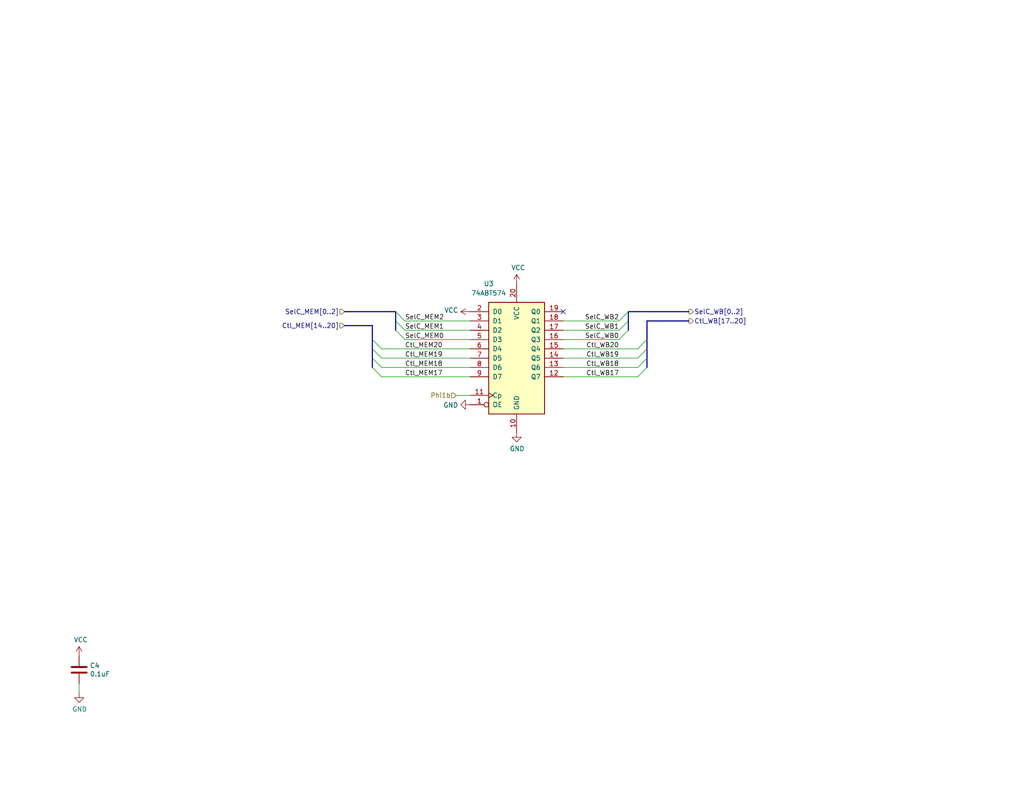
<source format=kicad_sch>
(kicad_sch (version 20250114) (generator "eeschema") (generator_version "9.0")
  (paper "USLetter")
  (title_block (title "MEM/WB: Control Word Register") (date "2025-07-01") (rev "A"))
  (lib_symbols
    (symbol "Device:C" (pin_numbers (hide yes)) (pin_names (offset 0.254))
      (property "Reference" "C" (at 0.635 2.54 0))
      (property "Value" "C" (at 0.635 -2.54 0))
      (symbol "C_0_1"
        (polyline (pts (xy -2.032 0.762) (xy 2.032 0.762)) (stroke (width 0.508)))
        (polyline (pts (xy -2.032 -0.762) (xy 2.032 -0.762)) (stroke (width 0.508)))
      )
      (symbol "C_1_1"
        (pin passive line (at 0 3.81 270) (length 2.794) (name "~") (number "1"))
        (pin passive line (at 0 -3.81 90) (length 2.794) (name "~") (number "2"))
      )
    )
    (symbol "Turtle16:74ABT574" (pin_names (offset 1.016))
      (property "Reference" "U" (at -7.62 16.51 0))
      (property "Value" "74ABT574" (at -7.62 -16.51 0))
      (symbol "74ABT574_1_0"
        (pin input line (at -12.7 12.7 0) (length 5.08) (name "D0") (number "2"))
        (pin input line (at -12.7 10.16 0) (length 5.08) (name "D1") (number "3"))
        (pin input line (at -12.7 7.62 0) (length 5.08) (name "D2") (number "4"))
        (pin input line (at -12.7 5.08 0) (length 5.08) (name "D3") (number "5"))
        (pin input line (at -12.7 2.54 0) (length 5.08) (name "D4") (number "6"))
        (pin input line (at -12.7 0 0) (length 5.08) (name "D5") (number "7"))
        (pin input line (at -12.7 -2.54 0) (length 5.08) (name "D6") (number "8"))
        (pin input line (at -12.7 -5.08 0) (length 5.08) (name "D7") (number "9"))
        (pin input clock (at -12.7 -10.16 0) (length 5.08) (name "Cp") (number "11"))
        (pin input inverted (at -12.7 -12.7 0) (length 5.08) (name "OE") (number "1"))
        (pin power_in line (at 0 20.32 270) (length 5.08) (name "VCC") (number "20"))
        (pin power_in line (at 0 -20.32 90) (length 5.08) (name "GND") (number "10"))
        (pin tri_state line (at 12.7 12.7 180) (length 5.08) (name "Q0") (number "19"))
        (pin tri_state line (at 12.7 10.16 180) (length 5.08) (name "Q1") (number "18"))
        (pin tri_state line (at 12.7 7.62 180) (length 5.08) (name "Q2") (number "17"))
        (pin tri_state line (at 12.7 5.08 180) (length 5.08) (name "Q3") (number "16"))
        (pin tri_state line (at 12.7 2.54 180) (length 5.08) (name "Q4") (number "15"))
        (pin tri_state line (at 12.7 0 180) (length 5.08) (name "Q5") (number "14"))
        (pin tri_state line (at 12.7 -2.54 180) (length 5.08) (name "Q6") (number "13"))
        (pin tri_state line (at 12.7 -5.08 180) (length 5.08) (name "Q7") (number "12"))
      )
      (symbol "74ABT574_1_1"
        (rectangle (start -7.62 15.24) (end 7.62 -15.24) (stroke (width 0.254)) (fill (type background)))
      )
    )
    (symbol "power:GND" (power) (pin_numbers (hide yes)) (pin_names (offset 0) (hide yes))
      (property "Value" "GND" (at 0 -3.81 0))
      (symbol "GND_0_1"
        (polyline (pts (xy 0 0) (xy 0 -1.27) (xy 1.27 -1.27) (xy 0 -2.54) (xy -1.27 -1.27) (xy 0 -1.27)))
      )
      (symbol "GND_1_1"
        (pin power_in line (at 0 0 270) (length 0) (name "~") (number "1"))
      )
    )
    (symbol "power:VCC" (power) (pin_numbers (hide yes)) (pin_names (offset 0) (hide yes))
      (property "Value" "VCC" (at 0 3.556 0))
      (symbol "VCC_0_1"
        (polyline (pts (xy -0.762 1.27) (xy 0 2.54)))
        (polyline (pts (xy 0 2.54) (xy 0.762 1.27)))
        (polyline (pts (xy 0 0) (xy 0 2.54)))
      )
      (symbol "VCC_1_1"
        (pin power_in line (at 0 0 90) (length 0) (name "~") (number "1"))
      )
    )
  )
  (no_connect (at 153.67 85.09))
  (bus_entry (at 176.53 95.25) (size -2.54 2.54))
  (bus_entry (at 176.53 100.33) (size -2.54 2.54))
  (bus_entry (at 101.6 100.33) (size 2.54 2.54))
  (bus_entry (at 171.45 90.17) (size -2.54 2.54))
  (bus_entry (at 101.6 97.79) (size 2.54 2.54))
  (bus_entry (at 176.53 92.71) (size -2.54 2.54))
  (bus_entry (at 107.95 87.63) (size 2.54 2.54))
  (bus_entry (at 107.95 85.09) (size 2.54 2.54))
  (bus_entry (at 171.45 87.63) (size -2.54 2.54))
  (bus_entry (at 107.95 90.17) (size 2.54 2.54))
  (bus_entry (at 171.45 85.09) (size -2.54 2.54))
  (bus_entry (at 176.53 97.79) (size -2.54 2.54))
  (bus_entry (at 101.6 95.25) (size 2.54 2.54))
  (bus_entry (at 101.6 92.71) (size 2.54 2.54))
  (wire (pts (xy 104.14 95.25) (xy 128.27 95.25)))
  (wire (pts (xy 173.99 97.79) (xy 153.67 97.79)))
  (wire (pts (xy 128.27 90.17) (xy 110.49 90.17)))
  (bus (pts (xy 187.96 85.09) (xy 171.45 85.09)))
  (wire (pts (xy 173.99 102.87) (xy 153.67 102.87)))
  (bus (pts (xy 107.95 85.09) (xy 107.95 87.63)))
  (bus (pts (xy 176.53 97.79) (xy 176.53 100.33)))
  (wire (pts (xy 21.59 189.23) (xy 21.59 186.69)))
  (wire (pts (xy 104.14 100.33) (xy 128.27 100.33)))
  (bus (pts (xy 107.95 87.63) (xy 107.95 90.17)))
  (bus (pts (xy 93.98 88.9) (xy 101.6 88.9)))
  (bus (pts (xy 101.6 92.71) (xy 101.6 95.25)))
  (bus (pts (xy 176.53 92.71) (xy 176.53 95.25)))
  (bus (pts (xy 176.53 87.63) (xy 176.53 92.71)))
  (bus (pts (xy 101.6 97.79) (xy 101.6 100.33)))
  (wire (pts (xy 173.99 100.33) (xy 153.67 100.33)))
  (bus (pts (xy 171.45 85.09) (xy 171.45 87.63)))
  (wire (pts (xy 173.99 95.25) (xy 153.67 95.25)))
  (bus (pts (xy 101.6 88.9) (xy 101.6 92.71)))
  (bus (pts (xy 187.96 87.63) (xy 176.53 87.63)))
  (bus (pts (xy 171.45 87.63) (xy 171.45 90.17)))
  (bus (pts (xy 93.98 85.09) (xy 107.95 85.09)))
  (wire (pts (xy 104.14 102.87) (xy 128.27 102.87)))
  (wire (pts (xy 104.14 97.79) (xy 128.27 97.79)))
  (bus (pts (xy 101.6 95.25) (xy 101.6 97.79)))
  (wire (pts (xy 124.46 107.95) (xy 128.27 107.95)))
  (bus (pts (xy 176.53 95.25) (xy 176.53 97.79)))
  (wire (pts (xy 168.91 87.63) (xy 153.67 87.63)))
  (wire (pts (xy 168.91 92.71) (xy 153.67 92.71)))
  (wire (pts (xy 128.27 87.63) (xy 110.49 87.63)))
  (wire (pts (xy 168.91 90.17) (xy 153.67 90.17)))
  (wire (pts (xy 128.27 92.71) (xy 110.49 92.71)))
  (label "Ctl_WB19" (at 168.91 97.79 180))
  (label "SelC_WB0" (at 168.91 92.71 180))
  (label "Ctl_MEM20" (at 110.49 95.25 0))
  (label "Ctl_WB18" (at 168.91 100.33 180))
  (label "SelC_MEM1" (at 110.49 90.17 0))
  (label "SelC_WB2" (at 168.91 87.63 180))
  (label "SelC_MEM2" (at 110.49 87.63 0))
  (label "SelC_MEM0" (at 110.49 92.71 0))
  (label "SelC_WB1" (at 168.91 90.17 180))
  (label "Ctl_MEM17" (at 110.49 102.87 0))
  (label "Ctl_MEM19" (at 110.49 97.79 0))
  (label "Ctl_WB20" (at 168.91 95.25 180))
  (label "Ctl_MEM18" (at 110.49 100.33 0))
  (label "Ctl_WB17" (at 168.91 102.87 180))
  (hierarchical_label "Ctl_WB[17..20]" (shape output) (at 187.96 87.63 0))
  (hierarchical_label "SelC_WB[0..2]" (shape output) (at 187.96 85.09 0))
  (hierarchical_label "SelC_MEM[0..2]" (shape input) (at 93.98 85.09 180))
  (hierarchical_label "Ctl_MEM[14..20]" (shape input) (at 93.98 88.9 180))
  (hierarchical_label "Phi1b" (shape input) (at 124.46 107.95 180))
  (symbol (lib_id "power:VCC") (at 128.27 85.09 90) (unit 1)
    (property "Reference" "#PWR069" (effects (hide yes)))
    (property "Value" "VCC" (at 125.0442 84.709 90) (effects (justify left)))
    (property "Description" "Power symbol creates a global label with name \"VCC\"" (effects (hide yes)))
    (instances (project "MEMModule" (path "" (reference "#PWR069") (unit 1))) (project "MainBoard" (path "" (reference "#PWR?") (unit 1))))
  )
  (symbol (lib_id "power:GND") (at 128.27 110.49 270) (unit 1)
    (property "Reference" "#PWR070" (effects (hide yes)))
    (property "Value" "GND" (at 125.0188 110.617 90) (effects (justify right)))
    (property "Description" "Power symbol creates a global label with name \"GND\" , ground" (effects (hide yes)))
    (instances (project "MEMModule" (path "" (reference "#PWR070") (unit 1))) (project "MainBoard" (path "" (reference "#PWR?") (unit 1))))
  )
  (symbol (lib_id "power:GND") (at 140.97 118.11 0) (unit 1)
    (property "Reference" "#PWR072" (effects (hide yes)))
    (property "Value" "GND" (at 141.097 122.5042 0))
    (property "Description" "Power symbol creates a global label with name \"GND\" , ground" (effects (hide yes)))
    (instances (project "MEMModule" (path "" (reference "#PWR072") (unit 1))) (project "MainBoard" (path "" (reference "#PWR?") (unit 1))))
  )
  (symbol (lib_id "power:VCC") (at 140.97 77.47 0) (unit 1)
    (property "Reference" "#PWR071" (effects (hide yes)))
    (property "Value" "VCC" (at 141.4018 73.0758 0))
    (property "Description" "Power symbol creates a global label with name \"VCC\"" (effects (hide yes)))
    (instances (project "MEMModule" (path "" (reference "#PWR071") (unit 1))) (project "MainBoard" (path "" (reference "#PWR?") (unit 1))))
  )
  (symbol (lib_id "Turtle16:74ABT574") (at 140.97 97.79 0) (unit 1)
    (property "Reference" "U3" (at 133.35 77.47 0))
    (property "Value" "74ABT574" (at 133.35 80.01 0))
    (property "Footprint" "Package_SO:TSSOP-20_4.4x6.5mm_P0.65mm" (effects (hide yes)))
    (property "Datasheet" "https://www.ti.com/general/docs/suppproductinfo.tsp?distId=26&gotoUrl=https://www.ti.com/lit/gpn/sn74abt574a" (effects (hide yes)))
    (property "Manufacturer" "Texas Instruments" (effects (hide yes)))
    (property "Manufacturer#" "SN74ABT574APW" (effects (hide yes)))
    (property "Mouser#" "595-SN74ABT574APW" (effects (hide yes)))
    (property "Digikey#" "296-33631-5-ND" (effects (hide yes)))
    (instances (project "MEMModule" (path "" (reference "U3") (unit 1))) (project "MainBoard" (path "" (reference "U?") (unit 1))))
  )
  (symbol (lib_id "Device:C") (at 21.59 182.88 0) (unit 1)
    (property "Reference" "C4" (at 24.511 181.7116 0) (effects (justify left)))
    (property "Value" "0.1uF" (at 24.511 184.023 0) (effects (justify left)))
    (property "Footprint" "Capacitor_SMD:C_0603_1608Metric" (effects (hide yes)))
    (property "Datasheet" "https://www.mouser.com/datasheet/2/396/taiyo_yuden_12132018_mlcc11_hq_e-1510082.pdf" (effects (hide yes)))
    (property "Manufacturer" "Taiyo Yuden" (effects (hide yes)))
    (property "Manufacturer#" "EMK107B7104KAHT" (effects (hide yes)))
    (property "Mouser#" "963-EMK107B7104KAHT" (effects (hide yes)))
    (property "Digikey#" "587-6004-1-ND" (effects (hide yes)))
    (instances (project "MEMModule" (path "" (reference "C4") (unit 1))) (project "MainBoard" (path "" (reference "C?") (unit 1))))
  )
  (symbol (lib_id "power:VCC") (at 21.59 179.07 0) (unit 1)
    (property "Reference" "#PWR067" (effects (hide yes)))
    (property "Value" "VCC" (at 22.0218 174.6758 0))
    (property "Description" "Power symbol creates a global label with name \"VCC\"" (effects (hide yes)))
    (instances (project "MEMModule" (path "" (reference "#PWR067") (unit 1))) (project "MainBoard" (path "" (reference "#PWR?") (unit 1))))
  )
  (symbol (lib_id "power:GND") (at 21.59 189.23 0) (unit 1)
    (property "Reference" "#PWR068" (effects (hide yes)))
    (property "Value" "GND" (at 21.717 193.6242 0))
    (property "Description" "Power symbol creates a global label with name \"GND\" , ground" (effects (hide yes)))
    (instances (project "MEMModule" (path "" (reference "#PWR068") (unit 1))) (project "MainBoard" (path "" (reference "#PWR?") (unit 1))))
  )
)
</source>
